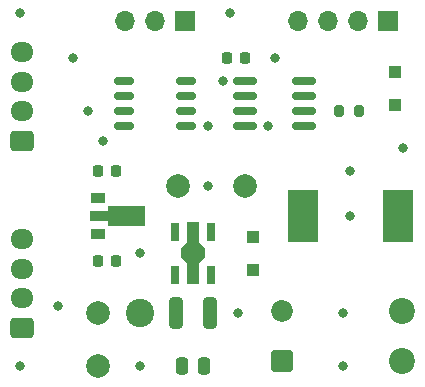
<source format=gts>
G04 #@! TF.GenerationSoftware,KiCad,Pcbnew,(6.0.9)*
G04 #@! TF.CreationDate,2022-11-05T01:50:54+09:00*
G04 #@! TF.ProjectId,prototype-projector-device,70726f74-6f74-4797-9065-2d70726f6a65,rev?*
G04 #@! TF.SameCoordinates,PX5f5e100PY8f0d180*
G04 #@! TF.FileFunction,Soldermask,Top*
G04 #@! TF.FilePolarity,Negative*
%FSLAX46Y46*%
G04 Gerber Fmt 4.6, Leading zero omitted, Abs format (unit mm)*
G04 Created by KiCad (PCBNEW (6.0.9)) date 2022-11-05 01:50:54*
%MOMM*%
%LPD*%
G01*
G04 APERTURE LIST*
G04 Aperture macros list*
%AMRoundRect*
0 Rectangle with rounded corners*
0 $1 Rounding radius*
0 $2 $3 $4 $5 $6 $7 $8 $9 X,Y pos of 4 corners*
0 Add a 4 corners polygon primitive as box body*
4,1,4,$2,$3,$4,$5,$6,$7,$8,$9,$2,$3,0*
0 Add four circle primitives for the rounded corners*
1,1,$1+$1,$2,$3*
1,1,$1+$1,$4,$5*
1,1,$1+$1,$6,$7*
1,1,$1+$1,$8,$9*
0 Add four rect primitives between the rounded corners*
20,1,$1+$1,$2,$3,$4,$5,0*
20,1,$1+$1,$4,$5,$6,$7,0*
20,1,$1+$1,$6,$7,$8,$9,0*
20,1,$1+$1,$8,$9,$2,$3,0*%
%AMFreePoly0*
4,1,13,0.900000,0.500000,2.600000,0.500000,2.600000,-0.500000,0.900000,-0.500000,0.400000,-1.000000,-0.400000,-1.000000,-0.900000,-0.500000,-2.600000,-0.500000,-2.600000,0.500000,-0.900000,0.500000,-0.400000,1.000000,0.400000,1.000000,0.900000,0.500000,0.900000,0.500000,$1*%
%AMFreePoly1*
4,1,9,3.862500,-0.866500,0.737500,-0.866500,0.737500,-0.450000,-0.737500,-0.450000,-0.737500,0.450000,0.737500,0.450000,0.737500,0.866500,3.862500,0.866500,3.862500,-0.866500,3.862500,-0.866500,$1*%
G04 Aperture macros list end*
%ADD10C,2.000000*%
%ADD11R,1.700000X1.700000*%
%ADD12O,1.700000X1.700000*%
%ADD13RoundRect,0.150000X0.675000X0.150000X-0.675000X0.150000X-0.675000X-0.150000X0.675000X-0.150000X0*%
%ADD14RoundRect,0.225000X0.225000X0.250000X-0.225000X0.250000X-0.225000X-0.250000X0.225000X-0.250000X0*%
%ADD15R,2.600000X4.500000*%
%ADD16R,0.700000X1.500000*%
%ADD17FreePoly0,270.000000*%
%ADD18RoundRect,0.250000X0.725000X-0.600000X0.725000X0.600000X-0.725000X0.600000X-0.725000X-0.600000X0*%
%ADD19O,1.950000X1.700000*%
%ADD20RoundRect,0.225000X-0.225000X-0.250000X0.225000X-0.250000X0.225000X0.250000X-0.225000X0.250000X0*%
%ADD21RoundRect,0.250000X-0.312500X-1.075000X0.312500X-1.075000X0.312500X1.075000X-0.312500X1.075000X0*%
%ADD22RoundRect,0.150000X-0.825000X-0.150000X0.825000X-0.150000X0.825000X0.150000X-0.825000X0.150000X0*%
%ADD23RoundRect,0.250000X0.250000X0.475000X-0.250000X0.475000X-0.250000X-0.475000X0.250000X-0.475000X0*%
%ADD24R,1.100000X1.100000*%
%ADD25RoundRect,0.200000X-0.200000X-0.275000X0.200000X-0.275000X0.200000X0.275000X-0.200000X0.275000X0*%
%ADD26R,1.300000X0.900000*%
%ADD27FreePoly1,0.000000*%
%ADD28C,2.200000*%
%ADD29RoundRect,0.250000X0.675000X-0.675000X0.675000X0.675000X-0.675000X0.675000X-0.675000X-0.675000X0*%
%ADD30C,1.850000*%
%ADD31C,0.800000*%
%ADD32C,2.400000*%
G04 APERTURE END LIST*
D10*
X11049000Y6985000D03*
D11*
X18415000Y31750000D03*
D12*
X15875000Y31750000D03*
X13335000Y31750000D03*
D13*
X18500000Y22860000D03*
X18500000Y24130000D03*
X18500000Y25400000D03*
X18500000Y26670000D03*
X13250000Y26670000D03*
X13250000Y25400000D03*
X13250000Y24130000D03*
X13250000Y22860000D03*
D14*
X23495000Y28575000D03*
X21945000Y28575000D03*
D10*
X23495000Y17780000D03*
D15*
X36385000Y15240000D03*
X28385000Y15240000D03*
D10*
X11049000Y2540000D03*
D16*
X20550000Y13915000D03*
D17*
X19050000Y12065000D03*
D16*
X17550000Y13915000D03*
X17550000Y10215000D03*
X20550000Y10215000D03*
D18*
X4555000Y5775000D03*
D19*
X4555000Y8275000D03*
X4555000Y10775000D03*
X4555000Y13275000D03*
D20*
X11036000Y11430000D03*
X12586000Y11430000D03*
D18*
X4555000Y21590000D03*
D19*
X4555000Y24090000D03*
X4555000Y26590000D03*
X4555000Y29090000D03*
D21*
X17587500Y6985000D03*
X20512500Y6985000D03*
D11*
X35550000Y31750000D03*
D12*
X33010000Y31750000D03*
X30470000Y31750000D03*
X27930000Y31750000D03*
D22*
X23475000Y26670000D03*
X23475000Y25400000D03*
X23475000Y24130000D03*
X23475000Y22860000D03*
X28425000Y22860000D03*
X28425000Y24130000D03*
X28425000Y25400000D03*
X28425000Y26670000D03*
D23*
X20000000Y2540000D03*
X18100000Y2540000D03*
D24*
X36195000Y27435000D03*
X36195000Y24635000D03*
D25*
X31445000Y24130000D03*
X33095000Y24130000D03*
D20*
X11036000Y19050000D03*
X12586000Y19050000D03*
D26*
X11050000Y16740000D03*
D27*
X11137500Y15240000D03*
D26*
X11050000Y13740000D03*
D24*
X24130000Y10665000D03*
X24130000Y13465000D03*
D28*
X36760000Y7180000D03*
X36760000Y2980000D03*
D29*
X26560000Y2980000D03*
D30*
X26560000Y7180000D03*
D10*
X17780000Y17780000D03*
D31*
X21590000Y26670000D03*
X4445000Y32385000D03*
X4445000Y2540000D03*
X31750000Y6985000D03*
X22225000Y32385000D03*
X36830000Y20955000D03*
X26035000Y28575000D03*
X7620000Y7620000D03*
X32385000Y15240000D03*
X14605000Y2540000D03*
X22860000Y6985000D03*
X32385000Y19050000D03*
X11430000Y21590000D03*
X8890000Y28575000D03*
X31750000Y2540000D03*
X14605000Y12065000D03*
X20320000Y17780000D03*
D32*
X14605000Y6985000D03*
D31*
X20320000Y22860000D03*
X10160000Y24130000D03*
X25400000Y22860000D03*
M02*

</source>
